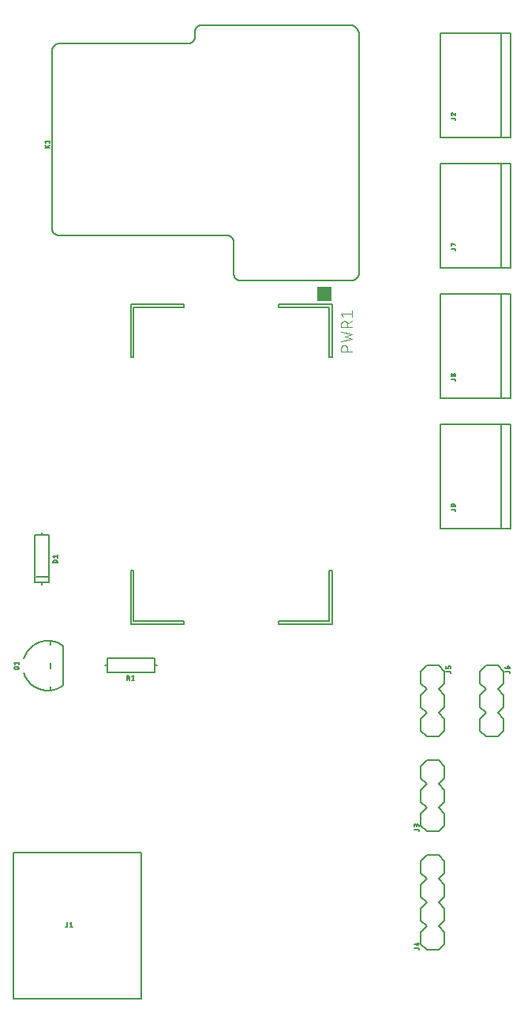
<source format=gbr>
G04 EAGLE Gerber RS-274X export*
G75*
%MOMM*%
%FSLAX34Y34*%
%LPD*%
%INSilkscreen Top*%
%IPPOS*%
%AMOC8*
5,1,8,0,0,1.08239X$1,22.5*%
G01*
%ADD10C,0.203200*%
%ADD11C,0.127000*%
%ADD12R,1.587500X1.587500*%
%ADD13C,0.101600*%


D10*
X58420Y520700D02*
X58420Y469900D01*
X50800Y469900D01*
X43180Y469900D01*
X43180Y520700D01*
X50800Y520700D01*
X58420Y520700D01*
X50800Y469900D02*
X50800Y467360D01*
X50800Y520700D02*
X50800Y523240D01*
X57150Y476250D02*
X44450Y476250D01*
D11*
X62865Y491125D02*
X67691Y491125D01*
X62865Y491125D02*
X62865Y492465D01*
X62867Y492535D01*
X62872Y492605D01*
X62882Y492675D01*
X62894Y492744D01*
X62911Y492812D01*
X62931Y492879D01*
X62954Y492946D01*
X62981Y493010D01*
X63011Y493074D01*
X63045Y493136D01*
X63081Y493195D01*
X63121Y493253D01*
X63164Y493309D01*
X63209Y493362D01*
X63258Y493413D01*
X63309Y493462D01*
X63362Y493507D01*
X63418Y493550D01*
X63476Y493590D01*
X63536Y493626D01*
X63597Y493660D01*
X63661Y493690D01*
X63725Y493717D01*
X63792Y493740D01*
X63859Y493760D01*
X63927Y493777D01*
X63996Y493789D01*
X64066Y493799D01*
X64136Y493804D01*
X64206Y493806D01*
X66350Y493806D01*
X66420Y493804D01*
X66490Y493799D01*
X66560Y493789D01*
X66629Y493777D01*
X66697Y493760D01*
X66764Y493740D01*
X66831Y493717D01*
X66895Y493690D01*
X66959Y493660D01*
X67021Y493626D01*
X67080Y493590D01*
X67138Y493550D01*
X67194Y493507D01*
X67247Y493462D01*
X67298Y493413D01*
X67347Y493362D01*
X67392Y493309D01*
X67435Y493253D01*
X67475Y493195D01*
X67511Y493135D01*
X67545Y493074D01*
X67575Y493010D01*
X67602Y492946D01*
X67625Y492879D01*
X67645Y492812D01*
X67662Y492744D01*
X67674Y492675D01*
X67684Y492605D01*
X67689Y492535D01*
X67691Y492465D01*
X67691Y491125D01*
X63937Y496794D02*
X62865Y498135D01*
X67691Y498135D01*
X67691Y499475D02*
X67691Y496794D01*
D10*
X157480Y180340D02*
X157480Y24130D01*
X157480Y180340D02*
X20320Y180340D01*
X20320Y24130D01*
X157480Y24130D01*
D11*
X77936Y102037D02*
X77936Y105791D01*
X77935Y102037D02*
X77933Y101972D01*
X77927Y101908D01*
X77917Y101844D01*
X77904Y101780D01*
X77886Y101718D01*
X77865Y101657D01*
X77841Y101597D01*
X77812Y101539D01*
X77780Y101482D01*
X77745Y101428D01*
X77707Y101376D01*
X77665Y101326D01*
X77621Y101279D01*
X77574Y101235D01*
X77524Y101193D01*
X77472Y101155D01*
X77418Y101120D01*
X77361Y101088D01*
X77303Y101059D01*
X77243Y101035D01*
X77182Y101014D01*
X77120Y100996D01*
X77056Y100983D01*
X76992Y100973D01*
X76928Y100967D01*
X76863Y100965D01*
X76327Y100965D01*
X80884Y104719D02*
X82224Y105791D01*
X82224Y100965D01*
X80884Y100965D02*
X83565Y100965D01*
D10*
X478700Y946900D02*
X478700Y1058900D01*
X543700Y1058900D01*
X553700Y1058900D01*
X553700Y946900D01*
X543700Y946900D01*
X478700Y946900D01*
X543700Y946900D02*
X543700Y1058900D01*
D11*
X493593Y967444D02*
X489839Y967444D01*
X493593Y967443D02*
X493658Y967441D01*
X493722Y967435D01*
X493786Y967425D01*
X493850Y967412D01*
X493912Y967394D01*
X493973Y967373D01*
X494033Y967349D01*
X494091Y967320D01*
X494148Y967288D01*
X494202Y967253D01*
X494254Y967215D01*
X494304Y967173D01*
X494351Y967129D01*
X494395Y967082D01*
X494437Y967032D01*
X494475Y966980D01*
X494510Y966926D01*
X494542Y966869D01*
X494571Y966811D01*
X494595Y966751D01*
X494616Y966690D01*
X494634Y966628D01*
X494647Y966564D01*
X494657Y966500D01*
X494663Y966436D01*
X494665Y966371D01*
X494665Y965835D01*
X489839Y971866D02*
X489841Y971934D01*
X489847Y972001D01*
X489856Y972068D01*
X489869Y972135D01*
X489886Y972200D01*
X489907Y972265D01*
X489931Y972328D01*
X489959Y972390D01*
X489990Y972450D01*
X490024Y972508D01*
X490062Y972564D01*
X490102Y972619D01*
X490146Y972670D01*
X490193Y972719D01*
X490242Y972766D01*
X490293Y972810D01*
X490348Y972850D01*
X490404Y972888D01*
X490462Y972922D01*
X490522Y972953D01*
X490584Y972981D01*
X490647Y973005D01*
X490712Y973026D01*
X490777Y973043D01*
X490844Y973056D01*
X490911Y973065D01*
X490978Y973071D01*
X491046Y973073D01*
X489839Y971866D02*
X489841Y971788D01*
X489847Y971710D01*
X489857Y971633D01*
X489870Y971556D01*
X489888Y971480D01*
X489909Y971405D01*
X489934Y971331D01*
X489963Y971259D01*
X489995Y971188D01*
X490031Y971119D01*
X490070Y971051D01*
X490113Y970986D01*
X490159Y970923D01*
X490208Y970862D01*
X490260Y970804D01*
X490315Y970749D01*
X490372Y970696D01*
X490432Y970647D01*
X490495Y970600D01*
X490560Y970557D01*
X490626Y970517D01*
X490695Y970480D01*
X490766Y970447D01*
X490838Y970417D01*
X490912Y970391D01*
X491984Y972671D02*
X491935Y972720D01*
X491883Y972767D01*
X491828Y972810D01*
X491771Y972851D01*
X491712Y972889D01*
X491651Y972923D01*
X491588Y972954D01*
X491524Y972982D01*
X491458Y973006D01*
X491392Y973026D01*
X491324Y973043D01*
X491255Y973056D01*
X491186Y973065D01*
X491116Y973071D01*
X491046Y973073D01*
X491984Y972671D02*
X494665Y970392D01*
X494665Y973073D01*
D10*
X457200Y260350D02*
X463550Y254000D01*
X457200Y260350D02*
X457200Y273050D01*
X463550Y279400D01*
X476250Y279400D02*
X482600Y273050D01*
X482600Y260350D01*
X476250Y254000D01*
X457200Y222250D02*
X457200Y209550D01*
X457200Y222250D02*
X463550Y228600D01*
X476250Y228600D02*
X482600Y222250D01*
X463550Y228600D02*
X457200Y234950D01*
X457200Y247650D01*
X463550Y254000D01*
X476250Y254000D02*
X482600Y247650D01*
X482600Y234950D01*
X476250Y228600D01*
X476250Y203200D02*
X463550Y203200D01*
X457200Y209550D01*
X476250Y203200D02*
X482600Y209550D01*
X482600Y222250D01*
X476250Y279400D02*
X463550Y279400D01*
D11*
X454223Y205444D02*
X450469Y205444D01*
X454223Y205443D02*
X454288Y205441D01*
X454352Y205435D01*
X454416Y205425D01*
X454480Y205412D01*
X454542Y205394D01*
X454603Y205373D01*
X454663Y205349D01*
X454721Y205320D01*
X454778Y205288D01*
X454832Y205253D01*
X454884Y205215D01*
X454934Y205173D01*
X454981Y205129D01*
X455025Y205082D01*
X455067Y205032D01*
X455105Y204980D01*
X455140Y204926D01*
X455172Y204869D01*
X455201Y204811D01*
X455225Y204751D01*
X455246Y204690D01*
X455264Y204628D01*
X455277Y204564D01*
X455287Y204500D01*
X455293Y204436D01*
X455295Y204371D01*
X455295Y203835D01*
X455295Y208392D02*
X455295Y209732D01*
X455293Y209803D01*
X455287Y209875D01*
X455278Y209945D01*
X455265Y210015D01*
X455248Y210085D01*
X455227Y210153D01*
X455203Y210220D01*
X455175Y210286D01*
X455144Y210350D01*
X455109Y210413D01*
X455071Y210473D01*
X455030Y210532D01*
X454986Y210588D01*
X454939Y210642D01*
X454890Y210693D01*
X454837Y210741D01*
X454782Y210787D01*
X454725Y210829D01*
X454665Y210869D01*
X454604Y210905D01*
X454540Y210938D01*
X454475Y210967D01*
X454409Y210993D01*
X454341Y211016D01*
X454272Y211035D01*
X454202Y211050D01*
X454132Y211061D01*
X454061Y211069D01*
X453990Y211073D01*
X453918Y211073D01*
X453847Y211069D01*
X453776Y211061D01*
X453706Y211050D01*
X453636Y211035D01*
X453567Y211016D01*
X453499Y210993D01*
X453433Y210967D01*
X453368Y210938D01*
X453304Y210905D01*
X453243Y210869D01*
X453183Y210829D01*
X453126Y210787D01*
X453071Y210741D01*
X453018Y210693D01*
X452969Y210642D01*
X452922Y210588D01*
X452878Y210532D01*
X452837Y210473D01*
X452799Y210413D01*
X452764Y210350D01*
X452733Y210286D01*
X452705Y210220D01*
X452681Y210153D01*
X452660Y210085D01*
X452643Y210015D01*
X452630Y209945D01*
X452621Y209875D01*
X452615Y209803D01*
X452613Y209732D01*
X450469Y210000D02*
X450469Y208392D01*
X450469Y210000D02*
X450471Y210065D01*
X450477Y210129D01*
X450487Y210193D01*
X450500Y210257D01*
X450518Y210319D01*
X450539Y210380D01*
X450563Y210440D01*
X450592Y210498D01*
X450624Y210555D01*
X450659Y210609D01*
X450697Y210661D01*
X450739Y210711D01*
X450783Y210758D01*
X450830Y210802D01*
X450880Y210844D01*
X450932Y210882D01*
X450986Y210917D01*
X451043Y210949D01*
X451101Y210978D01*
X451161Y211002D01*
X451222Y211023D01*
X451284Y211041D01*
X451348Y211054D01*
X451412Y211064D01*
X451476Y211070D01*
X451541Y211072D01*
X451606Y211070D01*
X451670Y211064D01*
X451734Y211054D01*
X451798Y211041D01*
X451860Y211023D01*
X451921Y211002D01*
X451981Y210978D01*
X452039Y210949D01*
X452096Y210917D01*
X452150Y210882D01*
X452202Y210844D01*
X452252Y210802D01*
X452299Y210758D01*
X452343Y210711D01*
X452385Y210661D01*
X452423Y210609D01*
X452458Y210555D01*
X452490Y210498D01*
X452519Y210440D01*
X452543Y210380D01*
X452564Y210319D01*
X452582Y210257D01*
X452595Y210193D01*
X452605Y210129D01*
X452611Y210065D01*
X452613Y210000D01*
X452614Y210000D02*
X452614Y208928D01*
D10*
X457200Y171450D02*
X457200Y158750D01*
X457200Y171450D02*
X463550Y177800D01*
X476250Y177800D02*
X482600Y171450D01*
X457200Y133350D02*
X463550Y127000D01*
X457200Y133350D02*
X457200Y146050D01*
X463550Y152400D01*
X476250Y152400D02*
X482600Y146050D01*
X482600Y133350D01*
X476250Y127000D01*
X463550Y152400D02*
X457200Y158750D01*
X476250Y152400D02*
X482600Y158750D01*
X482600Y171450D01*
X457200Y95250D02*
X457200Y82550D01*
X457200Y95250D02*
X463550Y101600D01*
X476250Y101600D02*
X482600Y95250D01*
X463550Y101600D02*
X457200Y107950D01*
X457200Y120650D01*
X463550Y127000D01*
X476250Y127000D02*
X482600Y120650D01*
X482600Y107950D01*
X476250Y101600D01*
X476250Y76200D02*
X463550Y76200D01*
X457200Y82550D01*
X476250Y76200D02*
X482600Y82550D01*
X482600Y95250D01*
X476250Y177800D02*
X463550Y177800D01*
D11*
X454223Y78444D02*
X450469Y78444D01*
X454223Y78443D02*
X454288Y78441D01*
X454352Y78435D01*
X454416Y78425D01*
X454480Y78412D01*
X454542Y78394D01*
X454603Y78373D01*
X454663Y78349D01*
X454721Y78320D01*
X454778Y78288D01*
X454832Y78253D01*
X454884Y78215D01*
X454934Y78173D01*
X454981Y78129D01*
X455025Y78082D01*
X455067Y78032D01*
X455105Y77980D01*
X455140Y77926D01*
X455172Y77869D01*
X455201Y77811D01*
X455225Y77751D01*
X455246Y77690D01*
X455264Y77628D01*
X455277Y77564D01*
X455287Y77500D01*
X455293Y77436D01*
X455295Y77371D01*
X455295Y76835D01*
X454223Y81392D02*
X450469Y82464D01*
X454223Y81392D02*
X454223Y84073D01*
X455295Y83268D02*
X453150Y83268D01*
D10*
X482600Y323850D02*
X476250Y330200D01*
X482600Y323850D02*
X482600Y311150D01*
X476250Y304800D01*
X463550Y304800D02*
X457200Y311150D01*
X457200Y323850D01*
X463550Y330200D01*
X482600Y361950D02*
X482600Y374650D01*
X482600Y361950D02*
X476250Y355600D01*
X463550Y355600D02*
X457200Y361950D01*
X476250Y355600D02*
X482600Y349250D01*
X482600Y336550D01*
X476250Y330200D01*
X463550Y330200D02*
X457200Y336550D01*
X457200Y349250D01*
X463550Y355600D01*
X463550Y381000D02*
X476250Y381000D01*
X482600Y374650D01*
X463550Y381000D02*
X457200Y374650D01*
X457200Y361950D01*
X463550Y304800D02*
X476250Y304800D01*
D11*
X484505Y374736D02*
X488259Y374736D01*
X488324Y374734D01*
X488388Y374728D01*
X488452Y374718D01*
X488516Y374705D01*
X488578Y374687D01*
X488639Y374666D01*
X488699Y374642D01*
X488757Y374613D01*
X488814Y374581D01*
X488868Y374546D01*
X488920Y374508D01*
X488970Y374466D01*
X489017Y374422D01*
X489061Y374375D01*
X489103Y374325D01*
X489141Y374273D01*
X489176Y374219D01*
X489208Y374162D01*
X489237Y374104D01*
X489261Y374044D01*
X489282Y373983D01*
X489300Y373921D01*
X489313Y373857D01*
X489323Y373793D01*
X489329Y373729D01*
X489331Y373664D01*
X489331Y373127D01*
X489331Y377684D02*
X489331Y379293D01*
X489329Y379358D01*
X489323Y379422D01*
X489313Y379486D01*
X489300Y379550D01*
X489282Y379612D01*
X489261Y379673D01*
X489237Y379733D01*
X489208Y379791D01*
X489176Y379848D01*
X489141Y379902D01*
X489103Y379954D01*
X489061Y380004D01*
X489017Y380051D01*
X488970Y380095D01*
X488920Y380137D01*
X488868Y380175D01*
X488814Y380210D01*
X488757Y380242D01*
X488699Y380271D01*
X488639Y380295D01*
X488578Y380316D01*
X488516Y380334D01*
X488452Y380347D01*
X488388Y380357D01*
X488324Y380363D01*
X488259Y380365D01*
X487722Y380365D01*
X487657Y380363D01*
X487593Y380357D01*
X487529Y380347D01*
X487465Y380334D01*
X487403Y380316D01*
X487342Y380295D01*
X487282Y380271D01*
X487224Y380242D01*
X487167Y380210D01*
X487113Y380175D01*
X487061Y380137D01*
X487011Y380095D01*
X486964Y380051D01*
X486920Y380004D01*
X486878Y379954D01*
X486840Y379902D01*
X486805Y379848D01*
X486773Y379791D01*
X486744Y379733D01*
X486720Y379673D01*
X486699Y379612D01*
X486681Y379550D01*
X486668Y379486D01*
X486658Y379422D01*
X486652Y379358D01*
X486650Y379293D01*
X486650Y377684D01*
X484505Y377684D01*
X484505Y380365D01*
D10*
X539750Y330200D02*
X546100Y323850D01*
X546100Y311150D01*
X539750Y304800D01*
X527050Y304800D02*
X520700Y311150D01*
X520700Y323850D01*
X527050Y330200D01*
X546100Y361950D02*
X546100Y374650D01*
X546100Y361950D02*
X539750Y355600D01*
X527050Y355600D02*
X520700Y361950D01*
X539750Y355600D02*
X546100Y349250D01*
X546100Y336550D01*
X539750Y330200D01*
X527050Y330200D02*
X520700Y336550D01*
X520700Y349250D01*
X527050Y355600D01*
X527050Y381000D02*
X539750Y381000D01*
X546100Y374650D01*
X527050Y381000D02*
X520700Y374650D01*
X520700Y361950D01*
X527050Y304800D02*
X539750Y304800D01*
D11*
X548005Y374736D02*
X551759Y374736D01*
X551824Y374734D01*
X551888Y374728D01*
X551952Y374718D01*
X552016Y374705D01*
X552078Y374687D01*
X552139Y374666D01*
X552199Y374642D01*
X552257Y374613D01*
X552314Y374581D01*
X552368Y374546D01*
X552420Y374508D01*
X552470Y374466D01*
X552517Y374422D01*
X552561Y374375D01*
X552603Y374325D01*
X552641Y374273D01*
X552676Y374219D01*
X552708Y374162D01*
X552737Y374104D01*
X552761Y374044D01*
X552782Y373983D01*
X552800Y373921D01*
X552813Y373857D01*
X552823Y373793D01*
X552829Y373729D01*
X552831Y373664D01*
X552831Y373127D01*
X550150Y377684D02*
X550150Y379293D01*
X550152Y379358D01*
X550158Y379422D01*
X550168Y379486D01*
X550181Y379550D01*
X550199Y379612D01*
X550220Y379673D01*
X550244Y379733D01*
X550273Y379791D01*
X550305Y379848D01*
X550340Y379902D01*
X550378Y379954D01*
X550420Y380004D01*
X550464Y380051D01*
X550511Y380095D01*
X550561Y380137D01*
X550613Y380175D01*
X550667Y380210D01*
X550724Y380242D01*
X550782Y380271D01*
X550842Y380295D01*
X550903Y380316D01*
X550965Y380334D01*
X551029Y380347D01*
X551093Y380357D01*
X551157Y380363D01*
X551222Y380365D01*
X551490Y380365D01*
X551561Y380363D01*
X551633Y380357D01*
X551703Y380348D01*
X551773Y380335D01*
X551843Y380318D01*
X551911Y380297D01*
X551978Y380273D01*
X552044Y380245D01*
X552108Y380214D01*
X552171Y380179D01*
X552231Y380141D01*
X552290Y380100D01*
X552346Y380056D01*
X552400Y380009D01*
X552451Y379960D01*
X552499Y379907D01*
X552545Y379852D01*
X552587Y379795D01*
X552627Y379735D01*
X552663Y379674D01*
X552696Y379610D01*
X552725Y379545D01*
X552751Y379479D01*
X552774Y379411D01*
X552793Y379342D01*
X552808Y379272D01*
X552819Y379202D01*
X552827Y379131D01*
X552831Y379060D01*
X552831Y378988D01*
X552827Y378917D01*
X552819Y378846D01*
X552808Y378776D01*
X552793Y378706D01*
X552774Y378637D01*
X552751Y378569D01*
X552725Y378503D01*
X552696Y378438D01*
X552663Y378374D01*
X552627Y378313D01*
X552587Y378253D01*
X552545Y378196D01*
X552499Y378141D01*
X552451Y378088D01*
X552400Y378039D01*
X552346Y377992D01*
X552290Y377948D01*
X552231Y377907D01*
X552171Y377869D01*
X552108Y377834D01*
X552044Y377803D01*
X551978Y377775D01*
X551911Y377751D01*
X551843Y377730D01*
X551773Y377713D01*
X551703Y377700D01*
X551633Y377691D01*
X551561Y377685D01*
X551490Y377683D01*
X551490Y377684D02*
X550150Y377684D01*
X550059Y377686D01*
X549968Y377692D01*
X549878Y377701D01*
X549787Y377715D01*
X549698Y377732D01*
X549610Y377753D01*
X549522Y377778D01*
X549435Y377807D01*
X549350Y377839D01*
X549266Y377874D01*
X549184Y377914D01*
X549104Y377956D01*
X549025Y378002D01*
X548949Y378052D01*
X548875Y378104D01*
X548802Y378160D01*
X548733Y378219D01*
X548666Y378280D01*
X548601Y378345D01*
X548540Y378412D01*
X548481Y378481D01*
X548425Y378553D01*
X548373Y378628D01*
X548323Y378704D01*
X548277Y378783D01*
X548235Y378863D01*
X548195Y378945D01*
X548160Y379029D01*
X548128Y379114D01*
X548099Y379201D01*
X548074Y379288D01*
X548053Y379377D01*
X548036Y379466D01*
X548022Y379556D01*
X548013Y379647D01*
X548007Y379738D01*
X548005Y379829D01*
D10*
X478700Y807200D02*
X478700Y919200D01*
X543700Y919200D01*
X553700Y919200D01*
X553700Y807200D01*
X543700Y807200D01*
X478700Y807200D01*
X543700Y807200D02*
X543700Y919200D01*
D11*
X493593Y827744D02*
X489839Y827744D01*
X493593Y827743D02*
X493658Y827741D01*
X493722Y827735D01*
X493786Y827725D01*
X493850Y827712D01*
X493912Y827694D01*
X493973Y827673D01*
X494033Y827649D01*
X494091Y827620D01*
X494148Y827588D01*
X494202Y827553D01*
X494254Y827515D01*
X494304Y827473D01*
X494351Y827429D01*
X494395Y827382D01*
X494437Y827332D01*
X494475Y827280D01*
X494510Y827226D01*
X494542Y827169D01*
X494571Y827111D01*
X494595Y827051D01*
X494616Y826990D01*
X494634Y826928D01*
X494647Y826864D01*
X494657Y826800D01*
X494663Y826736D01*
X494665Y826671D01*
X494665Y826135D01*
X490375Y830692D02*
X489839Y830692D01*
X489839Y833373D01*
X494665Y832032D01*
D10*
X478700Y779500D02*
X478700Y667500D01*
X478700Y779500D02*
X543700Y779500D01*
X553700Y779500D01*
X553700Y667500D01*
X543700Y667500D01*
X478700Y667500D01*
X543700Y667500D02*
X543700Y779500D01*
D11*
X493593Y688044D02*
X489839Y688044D01*
X493593Y688043D02*
X493658Y688041D01*
X493722Y688035D01*
X493786Y688025D01*
X493850Y688012D01*
X493912Y687994D01*
X493973Y687973D01*
X494033Y687949D01*
X494091Y687920D01*
X494148Y687888D01*
X494202Y687853D01*
X494254Y687815D01*
X494304Y687773D01*
X494351Y687729D01*
X494395Y687682D01*
X494437Y687632D01*
X494475Y687580D01*
X494510Y687526D01*
X494542Y687469D01*
X494571Y687411D01*
X494595Y687351D01*
X494616Y687290D01*
X494634Y687228D01*
X494647Y687164D01*
X494657Y687100D01*
X494663Y687036D01*
X494665Y686971D01*
X494665Y686435D01*
X493324Y690991D02*
X493253Y690993D01*
X493181Y690999D01*
X493111Y691008D01*
X493041Y691021D01*
X492971Y691038D01*
X492903Y691059D01*
X492836Y691083D01*
X492770Y691111D01*
X492706Y691142D01*
X492643Y691177D01*
X492583Y691215D01*
X492524Y691256D01*
X492468Y691300D01*
X492414Y691347D01*
X492363Y691396D01*
X492315Y691449D01*
X492269Y691504D01*
X492227Y691561D01*
X492187Y691621D01*
X492151Y691682D01*
X492118Y691746D01*
X492089Y691811D01*
X492063Y691877D01*
X492040Y691945D01*
X492021Y692014D01*
X492006Y692084D01*
X491995Y692154D01*
X491987Y692225D01*
X491983Y692296D01*
X491983Y692368D01*
X491987Y692439D01*
X491995Y692510D01*
X492006Y692580D01*
X492021Y692650D01*
X492040Y692719D01*
X492063Y692787D01*
X492089Y692853D01*
X492118Y692918D01*
X492151Y692982D01*
X492187Y693043D01*
X492227Y693103D01*
X492269Y693160D01*
X492315Y693215D01*
X492363Y693268D01*
X492414Y693317D01*
X492468Y693364D01*
X492524Y693408D01*
X492583Y693449D01*
X492643Y693487D01*
X492706Y693522D01*
X492770Y693553D01*
X492836Y693581D01*
X492903Y693605D01*
X492971Y693626D01*
X493041Y693643D01*
X493111Y693656D01*
X493181Y693665D01*
X493253Y693671D01*
X493324Y693673D01*
X493395Y693671D01*
X493467Y693665D01*
X493537Y693656D01*
X493607Y693643D01*
X493677Y693626D01*
X493745Y693605D01*
X493812Y693581D01*
X493878Y693553D01*
X493942Y693522D01*
X494005Y693487D01*
X494065Y693449D01*
X494124Y693408D01*
X494180Y693364D01*
X494234Y693317D01*
X494285Y693268D01*
X494333Y693215D01*
X494379Y693160D01*
X494421Y693103D01*
X494461Y693043D01*
X494497Y692982D01*
X494530Y692918D01*
X494559Y692853D01*
X494585Y692787D01*
X494608Y692719D01*
X494627Y692650D01*
X494642Y692580D01*
X494653Y692510D01*
X494661Y692439D01*
X494665Y692368D01*
X494665Y692296D01*
X494661Y692225D01*
X494653Y692154D01*
X494642Y692084D01*
X494627Y692014D01*
X494608Y691945D01*
X494585Y691877D01*
X494559Y691811D01*
X494530Y691746D01*
X494497Y691682D01*
X494461Y691621D01*
X494421Y691561D01*
X494379Y691504D01*
X494333Y691449D01*
X494285Y691396D01*
X494234Y691347D01*
X494180Y691300D01*
X494124Y691256D01*
X494065Y691215D01*
X494005Y691177D01*
X493942Y691142D01*
X493878Y691111D01*
X493812Y691083D01*
X493745Y691059D01*
X493677Y691038D01*
X493607Y691021D01*
X493537Y691008D01*
X493467Y690999D01*
X493395Y690993D01*
X493324Y690991D01*
X490911Y691260D02*
X490846Y691262D01*
X490782Y691268D01*
X490718Y691278D01*
X490654Y691291D01*
X490592Y691309D01*
X490531Y691330D01*
X490471Y691354D01*
X490413Y691383D01*
X490356Y691415D01*
X490302Y691450D01*
X490250Y691488D01*
X490200Y691530D01*
X490153Y691574D01*
X490109Y691621D01*
X490067Y691671D01*
X490029Y691723D01*
X489994Y691777D01*
X489962Y691834D01*
X489933Y691892D01*
X489909Y691952D01*
X489888Y692013D01*
X489870Y692075D01*
X489857Y692139D01*
X489847Y692203D01*
X489841Y692267D01*
X489839Y692332D01*
X489841Y692397D01*
X489847Y692461D01*
X489857Y692525D01*
X489870Y692589D01*
X489888Y692651D01*
X489909Y692712D01*
X489933Y692772D01*
X489962Y692830D01*
X489994Y692887D01*
X490029Y692941D01*
X490067Y692993D01*
X490109Y693043D01*
X490153Y693090D01*
X490200Y693134D01*
X490250Y693176D01*
X490302Y693214D01*
X490356Y693249D01*
X490413Y693281D01*
X490471Y693310D01*
X490531Y693334D01*
X490592Y693355D01*
X490654Y693373D01*
X490718Y693386D01*
X490782Y693396D01*
X490846Y693402D01*
X490911Y693404D01*
X490976Y693402D01*
X491040Y693396D01*
X491104Y693386D01*
X491168Y693373D01*
X491230Y693355D01*
X491291Y693334D01*
X491351Y693310D01*
X491409Y693281D01*
X491466Y693249D01*
X491520Y693214D01*
X491572Y693176D01*
X491622Y693134D01*
X491669Y693090D01*
X491713Y693043D01*
X491755Y692993D01*
X491793Y692941D01*
X491828Y692887D01*
X491860Y692830D01*
X491889Y692772D01*
X491913Y692712D01*
X491934Y692651D01*
X491952Y692589D01*
X491965Y692525D01*
X491975Y692461D01*
X491981Y692397D01*
X491983Y692332D01*
X491981Y692267D01*
X491975Y692203D01*
X491965Y692139D01*
X491952Y692075D01*
X491934Y692013D01*
X491913Y691952D01*
X491889Y691892D01*
X491860Y691834D01*
X491828Y691777D01*
X491793Y691723D01*
X491755Y691671D01*
X491713Y691621D01*
X491669Y691574D01*
X491622Y691530D01*
X491572Y691488D01*
X491520Y691450D01*
X491466Y691415D01*
X491409Y691383D01*
X491351Y691354D01*
X491291Y691330D01*
X491230Y691309D01*
X491168Y691291D01*
X491104Y691278D01*
X491040Y691268D01*
X490976Y691262D01*
X490911Y691260D01*
D10*
X478700Y639800D02*
X478700Y527800D01*
X478700Y639800D02*
X543700Y639800D01*
X553700Y639800D01*
X553700Y527800D01*
X543700Y527800D01*
X478700Y527800D01*
X543700Y527800D02*
X543700Y639800D01*
D11*
X493593Y548344D02*
X489839Y548344D01*
X493593Y548343D02*
X493658Y548341D01*
X493722Y548335D01*
X493786Y548325D01*
X493850Y548312D01*
X493912Y548294D01*
X493973Y548273D01*
X494033Y548249D01*
X494091Y548220D01*
X494148Y548188D01*
X494202Y548153D01*
X494254Y548115D01*
X494304Y548073D01*
X494351Y548029D01*
X494395Y547982D01*
X494437Y547932D01*
X494475Y547880D01*
X494510Y547826D01*
X494542Y547769D01*
X494571Y547711D01*
X494595Y547651D01*
X494616Y547590D01*
X494634Y547528D01*
X494647Y547464D01*
X494657Y547400D01*
X494663Y547336D01*
X494665Y547271D01*
X494665Y546735D01*
X492520Y552364D02*
X492520Y553973D01*
X492520Y552364D02*
X492518Y552299D01*
X492512Y552235D01*
X492502Y552171D01*
X492489Y552107D01*
X492471Y552045D01*
X492450Y551984D01*
X492426Y551924D01*
X492397Y551866D01*
X492365Y551809D01*
X492330Y551755D01*
X492292Y551703D01*
X492250Y551653D01*
X492206Y551606D01*
X492159Y551562D01*
X492109Y551520D01*
X492057Y551482D01*
X492003Y551447D01*
X491946Y551415D01*
X491888Y551386D01*
X491828Y551362D01*
X491767Y551341D01*
X491705Y551323D01*
X491641Y551310D01*
X491577Y551300D01*
X491513Y551294D01*
X491448Y551292D01*
X491180Y551292D01*
X491180Y551291D02*
X491109Y551293D01*
X491037Y551299D01*
X490967Y551308D01*
X490897Y551321D01*
X490827Y551338D01*
X490759Y551359D01*
X490692Y551383D01*
X490626Y551411D01*
X490562Y551442D01*
X490499Y551477D01*
X490439Y551515D01*
X490380Y551556D01*
X490324Y551600D01*
X490270Y551647D01*
X490219Y551696D01*
X490171Y551749D01*
X490125Y551804D01*
X490083Y551861D01*
X490043Y551921D01*
X490007Y551982D01*
X489974Y552046D01*
X489945Y552111D01*
X489919Y552177D01*
X489896Y552245D01*
X489877Y552314D01*
X489862Y552384D01*
X489851Y552454D01*
X489843Y552525D01*
X489839Y552596D01*
X489839Y552668D01*
X489843Y552739D01*
X489851Y552810D01*
X489862Y552880D01*
X489877Y552950D01*
X489896Y553019D01*
X489919Y553087D01*
X489945Y553153D01*
X489974Y553218D01*
X490007Y553282D01*
X490043Y553343D01*
X490083Y553403D01*
X490125Y553460D01*
X490171Y553515D01*
X490219Y553568D01*
X490270Y553617D01*
X490324Y553664D01*
X490380Y553708D01*
X490439Y553749D01*
X490499Y553787D01*
X490562Y553822D01*
X490626Y553853D01*
X490692Y553881D01*
X490759Y553905D01*
X490827Y553926D01*
X490897Y553943D01*
X490967Y553956D01*
X491037Y553965D01*
X491109Y553971D01*
X491180Y553973D01*
X492520Y553973D01*
X492611Y553971D01*
X492702Y553965D01*
X492792Y553956D01*
X492883Y553942D01*
X492972Y553925D01*
X493060Y553904D01*
X493148Y553879D01*
X493235Y553850D01*
X493320Y553818D01*
X493404Y553783D01*
X493486Y553743D01*
X493566Y553701D01*
X493645Y553655D01*
X493721Y553605D01*
X493795Y553553D01*
X493868Y553497D01*
X493937Y553438D01*
X494004Y553377D01*
X494069Y553312D01*
X494130Y553245D01*
X494189Y553176D01*
X494245Y553103D01*
X494297Y553029D01*
X494347Y552953D01*
X494393Y552874D01*
X494435Y552794D01*
X494475Y552712D01*
X494510Y552628D01*
X494542Y552543D01*
X494571Y552456D01*
X494596Y552368D01*
X494617Y552280D01*
X494634Y552191D01*
X494648Y552100D01*
X494657Y552010D01*
X494663Y551919D01*
X494665Y551828D01*
D10*
X391100Y803550D02*
X391100Y1057550D01*
X382000Y793550D02*
X264250Y793550D01*
X222600Y1067550D02*
X382000Y1067550D01*
X382245Y1067521D01*
X382489Y1067486D01*
X382732Y1067445D01*
X382974Y1067399D01*
X383215Y1067346D01*
X383454Y1067288D01*
X383692Y1067224D01*
X383929Y1067154D01*
X384163Y1067078D01*
X384396Y1066997D01*
X384626Y1066910D01*
X384855Y1066818D01*
X385081Y1066720D01*
X385305Y1066617D01*
X385526Y1066508D01*
X385745Y1066394D01*
X385960Y1066274D01*
X386173Y1066150D01*
X386383Y1066020D01*
X386589Y1065885D01*
X386792Y1065746D01*
X386992Y1065601D01*
X387188Y1065452D01*
X387380Y1065298D01*
X387569Y1065139D01*
X387754Y1064976D01*
X387934Y1064809D01*
X388111Y1064637D01*
X388283Y1064460D01*
X388451Y1064280D01*
X388615Y1064096D01*
X388774Y1063908D01*
X388929Y1063716D01*
X389079Y1063520D01*
X389224Y1063321D01*
X389364Y1063118D01*
X389499Y1062912D01*
X389629Y1062703D01*
X389755Y1062490D01*
X389875Y1062275D01*
X389989Y1062057D01*
X390099Y1061836D01*
X390203Y1061612D01*
X390301Y1061387D01*
X390394Y1061158D01*
X390482Y1060928D01*
X390563Y1060695D01*
X390640Y1060461D01*
X390710Y1060225D01*
X390775Y1059987D01*
X390834Y1059748D01*
X390887Y1059507D01*
X390935Y1059265D01*
X390976Y1059022D01*
X391012Y1058778D01*
X391041Y1058534D01*
X391065Y1058288D01*
X391083Y1058042D01*
X391094Y1057796D01*
X391100Y1057550D01*
X391100Y803550D02*
X391127Y803338D01*
X391147Y803125D01*
X391163Y802912D01*
X391174Y802698D01*
X391179Y802484D01*
X391179Y802270D01*
X391174Y802056D01*
X391164Y801843D01*
X391149Y801629D01*
X391129Y801416D01*
X391103Y801204D01*
X391072Y800992D01*
X391036Y800781D01*
X390995Y800571D01*
X390949Y800362D01*
X390898Y800155D01*
X390842Y799948D01*
X390781Y799743D01*
X390715Y799540D01*
X390644Y799338D01*
X390568Y799138D01*
X390487Y798940D01*
X390402Y798744D01*
X390311Y798550D01*
X390216Y798358D01*
X390117Y798169D01*
X390013Y797982D01*
X389904Y797798D01*
X389791Y797616D01*
X389674Y797437D01*
X389552Y797261D01*
X389426Y797088D01*
X389296Y796918D01*
X389162Y796752D01*
X389024Y796588D01*
X388882Y796428D01*
X388736Y796272D01*
X388587Y796119D01*
X388433Y795970D01*
X388276Y795824D01*
X388116Y795683D01*
X387952Y795545D01*
X387785Y795411D01*
X387615Y795282D01*
X387442Y795157D01*
X387265Y795035D01*
X387086Y794918D01*
X386904Y794806D01*
X386720Y794698D01*
X386533Y794594D01*
X386343Y794495D01*
X386151Y794401D01*
X385957Y794311D01*
X385760Y794226D01*
X385562Y794146D01*
X385362Y794071D01*
X385160Y794001D01*
X384956Y793935D01*
X384751Y793874D01*
X384544Y793819D01*
X384337Y793768D01*
X384128Y793723D01*
X383917Y793682D01*
X383706Y793647D01*
X383495Y793617D01*
X383282Y793592D01*
X383069Y793572D01*
X382856Y793557D01*
X382642Y793548D01*
X382428Y793543D01*
X382214Y793544D01*
X382000Y793550D01*
X215100Y1054550D02*
X215100Y1060550D01*
X256750Y835200D02*
X256750Y800550D01*
X207600Y1047550D02*
X68250Y1047550D01*
X69250Y842200D02*
X249250Y842200D01*
X61750Y849200D02*
X61750Y1040550D01*
X215100Y1060550D02*
X215106Y1060723D01*
X215116Y1060896D01*
X215130Y1061069D01*
X215149Y1061241D01*
X215171Y1061413D01*
X215198Y1061584D01*
X215229Y1061754D01*
X215264Y1061924D01*
X215303Y1062093D01*
X215346Y1062261D01*
X215393Y1062427D01*
X215445Y1062593D01*
X215500Y1062757D01*
X215559Y1062920D01*
X215622Y1063081D01*
X215689Y1063241D01*
X215760Y1063399D01*
X215834Y1063555D01*
X215913Y1063710D01*
X215995Y1063862D01*
X216081Y1064013D01*
X216170Y1064161D01*
X216263Y1064308D01*
X216359Y1064451D01*
X216459Y1064593D01*
X216562Y1064732D01*
X216669Y1064869D01*
X216779Y1065003D01*
X216892Y1065134D01*
X217008Y1065262D01*
X217127Y1065388D01*
X217250Y1065511D01*
X217375Y1065630D01*
X217503Y1065747D01*
X217634Y1065861D01*
X217767Y1065971D01*
X217903Y1066078D01*
X218042Y1066182D01*
X218183Y1066282D01*
X218327Y1066379D01*
X218473Y1066473D01*
X218621Y1066562D01*
X218771Y1066649D01*
X218923Y1066731D01*
X219078Y1066810D01*
X219234Y1066885D01*
X219392Y1066957D01*
X219551Y1067024D01*
X219712Y1067088D01*
X219875Y1067148D01*
X220039Y1067204D01*
X220204Y1067255D01*
X220371Y1067303D01*
X220538Y1067347D01*
X220707Y1067387D01*
X220876Y1067422D01*
X221047Y1067454D01*
X221218Y1067481D01*
X221390Y1067504D01*
X221562Y1067523D01*
X221734Y1067538D01*
X221907Y1067549D01*
X222080Y1067556D01*
X222254Y1067558D01*
X222427Y1067556D01*
X222600Y1067550D01*
X215099Y1054550D02*
X215080Y1054364D01*
X215056Y1054179D01*
X215027Y1053994D01*
X214994Y1053810D01*
X214956Y1053627D01*
X214914Y1053444D01*
X214868Y1053263D01*
X214817Y1053083D01*
X214762Y1052905D01*
X214703Y1052727D01*
X214639Y1052551D01*
X214571Y1052377D01*
X214499Y1052205D01*
X214423Y1052034D01*
X214342Y1051865D01*
X214258Y1051698D01*
X214169Y1051534D01*
X214077Y1051371D01*
X213980Y1051211D01*
X213880Y1051053D01*
X213776Y1050897D01*
X213668Y1050745D01*
X213557Y1050594D01*
X213442Y1050447D01*
X213323Y1050302D01*
X213201Y1050161D01*
X213076Y1050022D01*
X212947Y1049886D01*
X212815Y1049754D01*
X212680Y1049625D01*
X212542Y1049499D01*
X212401Y1049376D01*
X212257Y1049257D01*
X212109Y1049141D01*
X211960Y1049029D01*
X211807Y1048921D01*
X211652Y1048817D01*
X211495Y1048716D01*
X211335Y1048619D01*
X211173Y1048526D01*
X211008Y1048437D01*
X210842Y1048352D01*
X210673Y1048271D01*
X210503Y1048194D01*
X210330Y1048121D01*
X210156Y1048052D01*
X209981Y1047988D01*
X209804Y1047928D01*
X209625Y1047872D01*
X209446Y1047821D01*
X209265Y1047774D01*
X209082Y1047731D01*
X208899Y1047693D01*
X208716Y1047659D01*
X208531Y1047629D01*
X208345Y1047605D01*
X208160Y1047584D01*
X207973Y1047568D01*
X207787Y1047557D01*
X207600Y1047550D01*
X68250Y1047550D02*
X68060Y1047513D01*
X67871Y1047472D01*
X67684Y1047426D01*
X67497Y1047376D01*
X67312Y1047321D01*
X67128Y1047261D01*
X66945Y1047197D01*
X66764Y1047129D01*
X66585Y1047056D01*
X66408Y1046979D01*
X66233Y1046898D01*
X66059Y1046813D01*
X65888Y1046723D01*
X65719Y1046629D01*
X65552Y1046531D01*
X65388Y1046429D01*
X65226Y1046323D01*
X65067Y1046214D01*
X64911Y1046100D01*
X64757Y1045983D01*
X64606Y1045862D01*
X64459Y1045737D01*
X64314Y1045609D01*
X64173Y1045477D01*
X64034Y1045342D01*
X63899Y1045203D01*
X63768Y1045062D01*
X63640Y1044917D01*
X63515Y1044769D01*
X63394Y1044618D01*
X63277Y1044465D01*
X63164Y1044308D01*
X63054Y1044149D01*
X62949Y1043987D01*
X62847Y1043823D01*
X62749Y1043656D01*
X62656Y1043487D01*
X62566Y1043315D01*
X62481Y1043142D01*
X62400Y1042966D01*
X62323Y1042789D01*
X62251Y1042610D01*
X62182Y1042429D01*
X62119Y1042246D01*
X62060Y1042062D01*
X62005Y1041877D01*
X61955Y1041690D01*
X61909Y1041502D01*
X61868Y1041314D01*
X61831Y1041124D01*
X61800Y1040933D01*
X61772Y1040742D01*
X61750Y1040550D01*
X61751Y849200D02*
X61770Y849014D01*
X61794Y848829D01*
X61823Y848644D01*
X61856Y848460D01*
X61894Y848277D01*
X61936Y848094D01*
X61982Y847913D01*
X62033Y847733D01*
X62088Y847555D01*
X62147Y847377D01*
X62211Y847201D01*
X62279Y847027D01*
X62351Y846855D01*
X62427Y846684D01*
X62508Y846515D01*
X62592Y846348D01*
X62681Y846184D01*
X62773Y846021D01*
X62870Y845861D01*
X62970Y845703D01*
X63074Y845547D01*
X63182Y845395D01*
X63293Y845244D01*
X63408Y845097D01*
X63527Y844952D01*
X63649Y844811D01*
X63774Y844672D01*
X63903Y844536D01*
X64035Y844404D01*
X64170Y844275D01*
X64308Y844149D01*
X64449Y844026D01*
X64593Y843907D01*
X64741Y843791D01*
X64890Y843679D01*
X65043Y843571D01*
X65198Y843467D01*
X65355Y843366D01*
X65515Y843269D01*
X65677Y843176D01*
X65842Y843087D01*
X66008Y843002D01*
X66177Y842921D01*
X66347Y842844D01*
X66520Y842771D01*
X66694Y842702D01*
X66869Y842638D01*
X67046Y842578D01*
X67225Y842522D01*
X67404Y842471D01*
X67585Y842424D01*
X67768Y842381D01*
X67951Y842343D01*
X68134Y842309D01*
X68319Y842279D01*
X68505Y842255D01*
X68690Y842234D01*
X68877Y842218D01*
X69063Y842207D01*
X69250Y842200D01*
X249250Y842200D02*
X249437Y842193D01*
X249623Y842182D01*
X249810Y842166D01*
X249995Y842145D01*
X250181Y842121D01*
X250366Y842091D01*
X250549Y842057D01*
X250732Y842019D01*
X250915Y841976D01*
X251096Y841929D01*
X251275Y841878D01*
X251454Y841822D01*
X251631Y841762D01*
X251806Y841698D01*
X251980Y841629D01*
X252153Y841556D01*
X252323Y841479D01*
X252492Y841398D01*
X252658Y841313D01*
X252823Y841224D01*
X252985Y841131D01*
X253145Y841034D01*
X253302Y840933D01*
X253457Y840829D01*
X253610Y840721D01*
X253759Y840609D01*
X253907Y840493D01*
X254051Y840374D01*
X254192Y840251D01*
X254330Y840125D01*
X254465Y839996D01*
X254597Y839864D01*
X254726Y839728D01*
X254851Y839589D01*
X254973Y839448D01*
X255092Y839303D01*
X255207Y839156D01*
X255318Y839005D01*
X255426Y838853D01*
X255530Y838697D01*
X255630Y838539D01*
X255727Y838379D01*
X255819Y838216D01*
X255908Y838052D01*
X255992Y837885D01*
X256073Y837716D01*
X256149Y837545D01*
X256221Y837373D01*
X256289Y837199D01*
X256353Y837023D01*
X256412Y836845D01*
X256467Y836667D01*
X256518Y836487D01*
X256564Y836306D01*
X256606Y836123D01*
X256644Y835940D01*
X256677Y835756D01*
X256706Y835571D01*
X256730Y835386D01*
X256749Y835200D01*
X256751Y800550D02*
X256770Y800364D01*
X256794Y800179D01*
X256823Y799994D01*
X256856Y799810D01*
X256894Y799627D01*
X256936Y799444D01*
X256982Y799263D01*
X257033Y799083D01*
X257088Y798905D01*
X257147Y798727D01*
X257211Y798551D01*
X257279Y798377D01*
X257351Y798205D01*
X257427Y798034D01*
X257508Y797865D01*
X257592Y797698D01*
X257681Y797534D01*
X257773Y797371D01*
X257870Y797211D01*
X257970Y797053D01*
X258074Y796897D01*
X258182Y796745D01*
X258293Y796594D01*
X258408Y796447D01*
X258527Y796302D01*
X258649Y796161D01*
X258774Y796022D01*
X258903Y795886D01*
X259035Y795754D01*
X259170Y795625D01*
X259308Y795499D01*
X259449Y795376D01*
X259593Y795257D01*
X259741Y795141D01*
X259890Y795029D01*
X260043Y794921D01*
X260198Y794817D01*
X260355Y794716D01*
X260515Y794619D01*
X260677Y794526D01*
X260842Y794437D01*
X261008Y794352D01*
X261177Y794271D01*
X261347Y794194D01*
X261520Y794121D01*
X261694Y794052D01*
X261869Y793988D01*
X262046Y793928D01*
X262225Y793872D01*
X262404Y793821D01*
X262585Y793774D01*
X262768Y793731D01*
X262951Y793693D01*
X263134Y793659D01*
X263319Y793629D01*
X263505Y793605D01*
X263690Y793584D01*
X263877Y793568D01*
X264063Y793557D01*
X264250Y793550D01*
D11*
X59055Y935881D02*
X54229Y935881D01*
X54229Y938562D02*
X57178Y935881D01*
X56106Y936953D02*
X59055Y938562D01*
X55301Y941038D02*
X54229Y942379D01*
X59055Y942379D01*
X59055Y943719D02*
X59055Y941038D01*
X358775Y765175D02*
X358775Y711200D01*
X361950Y711200D01*
X361950Y768350D01*
X304800Y768350D01*
X304800Y765175D01*
X358775Y765175D01*
X149225Y482600D02*
X149225Y428625D01*
X203200Y428625D01*
X203200Y425450D01*
X146050Y425450D01*
X146050Y482600D01*
X149225Y482600D01*
X149225Y765175D02*
X203200Y765175D01*
X149225Y765175D02*
X149225Y711200D01*
X146050Y711200D01*
X146050Y768350D01*
X203200Y768350D01*
X203200Y765175D01*
X358775Y482600D02*
X358775Y428625D01*
X304800Y428625D01*
X304800Y425450D01*
X361950Y425450D01*
X361950Y482600D01*
X358775Y482600D01*
D12*
X354013Y779463D03*
D13*
X371983Y717832D02*
X383667Y717832D01*
X371983Y717832D02*
X371983Y721078D01*
X371985Y721191D01*
X371991Y721304D01*
X372001Y721417D01*
X372015Y721530D01*
X372032Y721642D01*
X372054Y721753D01*
X372079Y721863D01*
X372109Y721973D01*
X372142Y722081D01*
X372179Y722188D01*
X372219Y722294D01*
X372264Y722398D01*
X372312Y722501D01*
X372363Y722602D01*
X372418Y722701D01*
X372476Y722798D01*
X372538Y722893D01*
X372603Y722986D01*
X372671Y723076D01*
X372742Y723164D01*
X372817Y723250D01*
X372894Y723333D01*
X372974Y723413D01*
X373057Y723490D01*
X373143Y723565D01*
X373231Y723636D01*
X373321Y723704D01*
X373414Y723769D01*
X373509Y723831D01*
X373606Y723889D01*
X373705Y723944D01*
X373806Y723995D01*
X373909Y724043D01*
X374013Y724088D01*
X374119Y724128D01*
X374226Y724165D01*
X374334Y724198D01*
X374444Y724228D01*
X374554Y724253D01*
X374665Y724275D01*
X374777Y724292D01*
X374890Y724306D01*
X375003Y724316D01*
X375116Y724322D01*
X375229Y724324D01*
X375342Y724322D01*
X375455Y724316D01*
X375568Y724306D01*
X375681Y724292D01*
X375793Y724275D01*
X375904Y724253D01*
X376014Y724228D01*
X376124Y724198D01*
X376232Y724165D01*
X376339Y724128D01*
X376445Y724088D01*
X376549Y724043D01*
X376652Y723995D01*
X376753Y723944D01*
X376852Y723889D01*
X376949Y723831D01*
X377044Y723769D01*
X377137Y723704D01*
X377227Y723636D01*
X377315Y723565D01*
X377401Y723490D01*
X377484Y723413D01*
X377564Y723333D01*
X377641Y723250D01*
X377716Y723164D01*
X377787Y723076D01*
X377855Y722986D01*
X377920Y722893D01*
X377982Y722798D01*
X378040Y722701D01*
X378095Y722602D01*
X378146Y722501D01*
X378194Y722398D01*
X378239Y722294D01*
X378279Y722188D01*
X378316Y722081D01*
X378349Y721973D01*
X378379Y721863D01*
X378404Y721753D01*
X378426Y721642D01*
X378443Y721530D01*
X378457Y721417D01*
X378467Y721304D01*
X378473Y721191D01*
X378475Y721078D01*
X378474Y721078D02*
X378474Y717832D01*
X371983Y728289D02*
X383667Y730885D01*
X375878Y733482D01*
X383667Y736078D01*
X371983Y738674D01*
X371983Y743645D02*
X383667Y743645D01*
X371983Y743645D02*
X371983Y746890D01*
X371985Y747003D01*
X371991Y747116D01*
X372001Y747229D01*
X372015Y747342D01*
X372032Y747454D01*
X372054Y747565D01*
X372079Y747675D01*
X372109Y747785D01*
X372142Y747893D01*
X372179Y748000D01*
X372219Y748106D01*
X372264Y748210D01*
X372312Y748313D01*
X372363Y748414D01*
X372418Y748513D01*
X372476Y748610D01*
X372538Y748705D01*
X372603Y748798D01*
X372671Y748888D01*
X372742Y748976D01*
X372817Y749062D01*
X372894Y749145D01*
X372974Y749225D01*
X373057Y749302D01*
X373143Y749377D01*
X373231Y749448D01*
X373321Y749516D01*
X373414Y749581D01*
X373509Y749643D01*
X373606Y749701D01*
X373705Y749756D01*
X373806Y749807D01*
X373909Y749855D01*
X374013Y749900D01*
X374119Y749940D01*
X374226Y749977D01*
X374334Y750010D01*
X374444Y750040D01*
X374554Y750065D01*
X374665Y750087D01*
X374777Y750104D01*
X374890Y750118D01*
X375003Y750128D01*
X375116Y750134D01*
X375229Y750136D01*
X375342Y750134D01*
X375455Y750128D01*
X375568Y750118D01*
X375681Y750104D01*
X375793Y750087D01*
X375904Y750065D01*
X376014Y750040D01*
X376124Y750010D01*
X376232Y749977D01*
X376339Y749940D01*
X376445Y749900D01*
X376549Y749855D01*
X376652Y749807D01*
X376753Y749756D01*
X376852Y749701D01*
X376949Y749643D01*
X377044Y749581D01*
X377137Y749516D01*
X377227Y749448D01*
X377315Y749377D01*
X377401Y749302D01*
X377484Y749225D01*
X377564Y749145D01*
X377641Y749062D01*
X377716Y748976D01*
X377787Y748888D01*
X377855Y748798D01*
X377920Y748705D01*
X377982Y748610D01*
X378040Y748513D01*
X378095Y748414D01*
X378146Y748313D01*
X378194Y748210D01*
X378239Y748106D01*
X378279Y748000D01*
X378316Y747893D01*
X378349Y747785D01*
X378379Y747675D01*
X378404Y747565D01*
X378426Y747454D01*
X378443Y747342D01*
X378457Y747229D01*
X378467Y747116D01*
X378473Y747003D01*
X378475Y746890D01*
X378474Y746890D02*
X378474Y743645D01*
X378474Y747539D02*
X383667Y750136D01*
X374579Y755001D02*
X371983Y758246D01*
X383667Y758246D01*
X383667Y755001D02*
X383667Y761492D01*
D10*
X73660Y360054D02*
X73147Y359660D01*
X72625Y359279D01*
X72094Y358910D01*
X71555Y358555D01*
X71006Y358212D01*
X70450Y357883D01*
X69886Y357567D01*
X69314Y357266D01*
X68735Y356978D01*
X68150Y356704D01*
X67558Y356445D01*
X66960Y356200D01*
X66356Y355969D01*
X65746Y355753D01*
X65132Y355552D01*
X64513Y355366D01*
X63889Y355196D01*
X63262Y355040D01*
X62631Y354899D01*
X61997Y354774D01*
X61360Y354664D01*
X60720Y354570D01*
X60079Y354491D01*
X59436Y354428D01*
X58791Y354381D01*
X58145Y354349D01*
X57499Y354332D01*
X56853Y354332D01*
X56206Y354347D01*
X55561Y354377D01*
X54916Y354424D01*
X54273Y354486D01*
X53631Y354563D01*
X52991Y354656D01*
X52354Y354765D01*
X51719Y354889D01*
X51088Y355028D01*
X50461Y355183D01*
X49837Y355352D01*
X49217Y355537D01*
X48603Y355737D01*
X47993Y355951D01*
X47388Y356181D01*
X46790Y356425D01*
X46197Y356683D01*
X45611Y356955D01*
X45032Y357242D01*
X44460Y357543D01*
X43895Y357857D01*
X43338Y358185D01*
X42789Y358527D01*
X42248Y358881D01*
X41717Y359249D01*
X41194Y359629D01*
X40681Y360022D01*
X40177Y360428D01*
X39684Y360845D01*
X39200Y361274D01*
X38728Y361715D01*
X38266Y362167D01*
X37815Y362631D01*
X37375Y363105D01*
X36947Y363589D01*
X36531Y364084D01*
X36127Y364588D01*
X35736Y365103D01*
X35357Y365626D01*
X34991Y366159D01*
X34637Y366701D01*
X34298Y367250D01*
X33971Y367808D01*
X33658Y368374D01*
X33359Y368947D01*
X33074Y369527D01*
X32803Y370114D01*
X32546Y370707D01*
X32304Y371306D01*
X32076Y371911D01*
X31863Y372522D01*
X31665Y373137D01*
X31665Y388863D02*
X31864Y389478D01*
X32076Y390089D01*
X32304Y390694D01*
X32546Y391293D01*
X32803Y391886D01*
X33074Y392473D01*
X33359Y393053D01*
X33658Y393626D01*
X33971Y394192D01*
X34298Y394750D01*
X34638Y395300D01*
X34991Y395841D01*
X35357Y396374D01*
X35736Y396897D01*
X36128Y397412D01*
X36532Y397916D01*
X36948Y398411D01*
X37375Y398896D01*
X37815Y399370D01*
X38266Y399833D01*
X38728Y400285D01*
X39201Y400726D01*
X39684Y401155D01*
X40178Y401572D01*
X40681Y401978D01*
X41194Y402371D01*
X41717Y402751D01*
X42249Y403119D01*
X42789Y403473D01*
X43338Y403815D01*
X43895Y404143D01*
X44460Y404457D01*
X45032Y404758D01*
X45611Y405045D01*
X46198Y405317D01*
X46790Y405576D01*
X47389Y405819D01*
X47993Y406049D01*
X48603Y406263D01*
X49218Y406463D01*
X49837Y406648D01*
X50461Y406818D01*
X51089Y406972D01*
X51720Y407111D01*
X52354Y407235D01*
X52991Y407344D01*
X53631Y407437D01*
X54273Y407514D01*
X54916Y407576D01*
X55561Y407623D01*
X56207Y407653D01*
X56853Y407668D01*
X57499Y407668D01*
X58146Y407651D01*
X58791Y407619D01*
X59436Y407572D01*
X60079Y407509D01*
X60721Y407430D01*
X61360Y407336D01*
X61997Y407226D01*
X62632Y407101D01*
X63263Y406960D01*
X63890Y406804D01*
X64513Y406633D01*
X65132Y406447D01*
X65747Y406246D01*
X66356Y406031D01*
X66960Y405800D01*
X67558Y405555D01*
X68150Y405296D01*
X68736Y405022D01*
X69315Y404734D01*
X69886Y404432D01*
X70450Y404117D01*
X71007Y403788D01*
X71555Y403445D01*
X72095Y403089D01*
X72626Y402721D01*
X73148Y402339D01*
X73660Y401945D01*
X73660Y360055D01*
X59690Y358463D02*
X59690Y354451D01*
X59690Y378137D02*
X59690Y383863D01*
X59690Y403537D02*
X59690Y407549D01*
D11*
X24694Y377113D02*
X22550Y377113D01*
X22479Y377115D01*
X22407Y377121D01*
X22337Y377130D01*
X22267Y377143D01*
X22197Y377160D01*
X22129Y377181D01*
X22062Y377205D01*
X21996Y377233D01*
X21932Y377264D01*
X21869Y377299D01*
X21809Y377337D01*
X21750Y377378D01*
X21694Y377422D01*
X21640Y377469D01*
X21589Y377518D01*
X21541Y377571D01*
X21495Y377626D01*
X21453Y377683D01*
X21413Y377743D01*
X21377Y377804D01*
X21344Y377868D01*
X21315Y377933D01*
X21289Y377999D01*
X21266Y378067D01*
X21247Y378136D01*
X21232Y378206D01*
X21221Y378276D01*
X21213Y378347D01*
X21209Y378418D01*
X21209Y378490D01*
X21213Y378561D01*
X21221Y378632D01*
X21232Y378702D01*
X21247Y378772D01*
X21266Y378841D01*
X21289Y378909D01*
X21315Y378975D01*
X21344Y379040D01*
X21377Y379104D01*
X21413Y379165D01*
X21453Y379225D01*
X21495Y379282D01*
X21541Y379337D01*
X21589Y379390D01*
X21640Y379439D01*
X21694Y379486D01*
X21750Y379530D01*
X21809Y379571D01*
X21869Y379609D01*
X21932Y379644D01*
X21996Y379675D01*
X22062Y379703D01*
X22129Y379727D01*
X22197Y379748D01*
X22267Y379765D01*
X22337Y379778D01*
X22407Y379787D01*
X22479Y379793D01*
X22550Y379795D01*
X22550Y379794D02*
X24694Y379794D01*
X24694Y379795D02*
X24765Y379793D01*
X24837Y379787D01*
X24907Y379778D01*
X24977Y379765D01*
X25047Y379748D01*
X25115Y379727D01*
X25182Y379703D01*
X25248Y379675D01*
X25312Y379644D01*
X25375Y379609D01*
X25435Y379571D01*
X25494Y379530D01*
X25550Y379486D01*
X25604Y379439D01*
X25655Y379390D01*
X25703Y379337D01*
X25749Y379282D01*
X25791Y379225D01*
X25831Y379165D01*
X25867Y379104D01*
X25900Y379040D01*
X25929Y378975D01*
X25955Y378909D01*
X25978Y378841D01*
X25997Y378772D01*
X26012Y378702D01*
X26023Y378632D01*
X26031Y378561D01*
X26035Y378490D01*
X26035Y378418D01*
X26031Y378347D01*
X26023Y378276D01*
X26012Y378206D01*
X25997Y378136D01*
X25978Y378067D01*
X25955Y377999D01*
X25929Y377933D01*
X25900Y377868D01*
X25867Y377804D01*
X25831Y377743D01*
X25791Y377683D01*
X25749Y377626D01*
X25703Y377571D01*
X25655Y377518D01*
X25604Y377469D01*
X25550Y377422D01*
X25494Y377378D01*
X25435Y377337D01*
X25375Y377299D01*
X25312Y377264D01*
X25248Y377233D01*
X25182Y377205D01*
X25115Y377181D01*
X25047Y377160D01*
X24977Y377143D01*
X24907Y377130D01*
X24837Y377121D01*
X24765Y377115D01*
X24694Y377113D01*
X24963Y379258D02*
X26035Y380331D01*
X22281Y382206D02*
X21209Y383546D01*
X26035Y383546D01*
X26035Y382206D02*
X26035Y384887D01*
D10*
X120650Y373380D02*
X171450Y373380D01*
X120650Y373380D02*
X120650Y381000D01*
X120650Y388620D01*
X171450Y388620D01*
X171450Y381000D01*
X171450Y373380D01*
X120650Y381000D02*
X118110Y381000D01*
X171450Y381000D02*
X173990Y381000D01*
D11*
X141998Y370205D02*
X141998Y365379D01*
X141998Y370205D02*
X143339Y370205D01*
X143410Y370203D01*
X143482Y370197D01*
X143552Y370188D01*
X143622Y370175D01*
X143692Y370158D01*
X143760Y370137D01*
X143827Y370113D01*
X143893Y370085D01*
X143957Y370054D01*
X144020Y370019D01*
X144080Y369981D01*
X144139Y369940D01*
X144195Y369896D01*
X144249Y369849D01*
X144300Y369800D01*
X144348Y369747D01*
X144394Y369692D01*
X144436Y369635D01*
X144476Y369575D01*
X144512Y369514D01*
X144545Y369450D01*
X144574Y369385D01*
X144600Y369319D01*
X144623Y369251D01*
X144642Y369182D01*
X144657Y369112D01*
X144668Y369042D01*
X144676Y368971D01*
X144680Y368900D01*
X144680Y368828D01*
X144676Y368757D01*
X144668Y368686D01*
X144657Y368616D01*
X144642Y368546D01*
X144623Y368477D01*
X144600Y368409D01*
X144574Y368343D01*
X144545Y368278D01*
X144512Y368214D01*
X144476Y368153D01*
X144436Y368093D01*
X144394Y368036D01*
X144348Y367981D01*
X144300Y367928D01*
X144249Y367879D01*
X144195Y367832D01*
X144139Y367788D01*
X144080Y367747D01*
X144020Y367709D01*
X143957Y367674D01*
X143893Y367643D01*
X143827Y367615D01*
X143760Y367591D01*
X143692Y367570D01*
X143622Y367553D01*
X143552Y367540D01*
X143482Y367531D01*
X143410Y367525D01*
X143339Y367523D01*
X143339Y367524D02*
X141998Y367524D01*
X143607Y367524D02*
X144679Y365379D01*
X147421Y369133D02*
X148761Y370205D01*
X148761Y365379D01*
X147421Y365379D02*
X150102Y365379D01*
M02*

</source>
